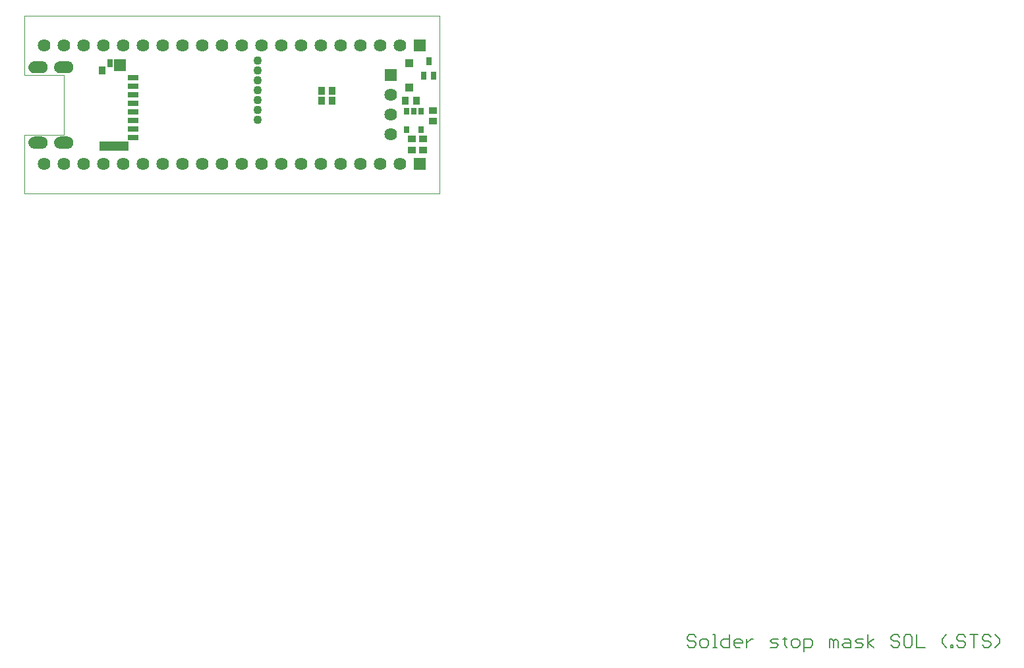
<source format=gbs>
G75*
%MOIN*%
%OFA0B0*%
%FSLAX25Y25*%
%IPPOS*%
%LPD*%
%AMOC8*
5,1,8,0,0,1.08239X$1,22.5*
%
%ADD10C,0.00000*%
%ADD11C,0.00600*%
%ADD12R,0.06400X0.06400*%
%ADD13C,0.06400*%
%ADD14C,0.05912*%
%ADD15C,0.00500*%
%ADD16C,0.04337*%
%ADD17R,0.05321X0.02762*%
%ADD18R,0.15164X0.05124*%
%ADD19R,0.05912X0.06109*%
%ADD20R,0.02762X0.04337*%
%ADD21R,0.03746X0.04140*%
%ADD22R,0.02565X0.03550*%
%ADD23R,0.03900X0.03400*%
%ADD24R,0.03400X0.03900*%
%ADD25R,0.03156X0.03943*%
%ADD26R,0.04140X0.03943*%
D10*
X0185000Y0255000D02*
X0185000Y0284843D01*
X0204882Y0284843D01*
X0204882Y0315157D01*
X0185000Y0315157D01*
X0185000Y0345000D01*
X0395000Y0345000D01*
X0395000Y0255000D01*
X0185000Y0255000D01*
D11*
X0520300Y0030638D02*
X0520300Y0029570D01*
X0521368Y0028503D01*
X0523503Y0028503D01*
X0524570Y0027435D01*
X0524570Y0026368D01*
X0523503Y0025300D01*
X0521368Y0025300D01*
X0520300Y0026368D01*
X0520300Y0030638D02*
X0521368Y0031705D01*
X0523503Y0031705D01*
X0524570Y0030638D01*
X0526745Y0028503D02*
X0526745Y0026368D01*
X0527813Y0025300D01*
X0529948Y0025300D01*
X0531016Y0026368D01*
X0531016Y0028503D01*
X0529948Y0029570D01*
X0527813Y0029570D01*
X0526745Y0028503D01*
X0533191Y0031705D02*
X0534259Y0031705D01*
X0534259Y0025300D01*
X0535326Y0025300D02*
X0533191Y0025300D01*
X0537488Y0026368D02*
X0537488Y0028503D01*
X0538556Y0029570D01*
X0541758Y0029570D01*
X0541758Y0031705D02*
X0541758Y0025300D01*
X0538556Y0025300D01*
X0537488Y0026368D01*
X0543933Y0026368D02*
X0543933Y0028503D01*
X0545001Y0029570D01*
X0547136Y0029570D01*
X0548204Y0028503D01*
X0548204Y0027435D01*
X0543933Y0027435D01*
X0543933Y0026368D02*
X0545001Y0025300D01*
X0547136Y0025300D01*
X0550379Y0025300D02*
X0550379Y0029570D01*
X0550379Y0027435D02*
X0552514Y0029570D01*
X0553582Y0029570D01*
X0562196Y0028503D02*
X0563263Y0029570D01*
X0566466Y0029570D01*
X0568641Y0029570D02*
X0570776Y0029570D01*
X0569709Y0030638D02*
X0569709Y0026368D01*
X0570776Y0025300D01*
X0572938Y0026368D02*
X0574006Y0025300D01*
X0576141Y0025300D01*
X0577209Y0026368D01*
X0577209Y0028503D01*
X0576141Y0029570D01*
X0574006Y0029570D01*
X0572938Y0028503D01*
X0572938Y0026368D01*
X0566466Y0026368D02*
X0565398Y0027435D01*
X0563263Y0027435D01*
X0562196Y0028503D01*
X0562196Y0025300D02*
X0565398Y0025300D01*
X0566466Y0026368D01*
X0579384Y0025300D02*
X0582586Y0025300D01*
X0583654Y0026368D01*
X0583654Y0028503D01*
X0582586Y0029570D01*
X0579384Y0029570D01*
X0579384Y0023165D01*
X0592275Y0025300D02*
X0592275Y0029570D01*
X0593342Y0029570D01*
X0594410Y0028503D01*
X0595477Y0029570D01*
X0596545Y0028503D01*
X0596545Y0025300D01*
X0594410Y0025300D02*
X0594410Y0028503D01*
X0598720Y0026368D02*
X0599788Y0027435D01*
X0602991Y0027435D01*
X0602991Y0028503D02*
X0602991Y0025300D01*
X0599788Y0025300D01*
X0598720Y0026368D01*
X0599788Y0029570D02*
X0601923Y0029570D01*
X0602991Y0028503D01*
X0605166Y0028503D02*
X0606233Y0029570D01*
X0609436Y0029570D01*
X0608368Y0027435D02*
X0606233Y0027435D01*
X0605166Y0028503D01*
X0605166Y0025300D02*
X0608368Y0025300D01*
X0609436Y0026368D01*
X0608368Y0027435D01*
X0611611Y0027435D02*
X0614814Y0025300D01*
X0611611Y0025300D02*
X0611611Y0031705D01*
X0614814Y0029570D02*
X0611611Y0027435D01*
X0623428Y0026368D02*
X0624496Y0025300D01*
X0626631Y0025300D01*
X0627698Y0026368D01*
X0627698Y0027435D01*
X0626631Y0028503D01*
X0624496Y0028503D01*
X0623428Y0029570D01*
X0623428Y0030638D01*
X0624496Y0031705D01*
X0626631Y0031705D01*
X0627698Y0030638D01*
X0629873Y0030638D02*
X0629873Y0026368D01*
X0630941Y0025300D01*
X0633076Y0025300D01*
X0634144Y0026368D01*
X0634144Y0030638D01*
X0633076Y0031705D01*
X0630941Y0031705D01*
X0629873Y0030638D01*
X0636319Y0031705D02*
X0636319Y0025300D01*
X0640589Y0025300D01*
X0649210Y0027435D02*
X0649210Y0029570D01*
X0651345Y0031705D01*
X0649210Y0027435D02*
X0651345Y0025300D01*
X0653507Y0025300D02*
X0654575Y0025300D01*
X0654575Y0026368D01*
X0653507Y0026368D01*
X0653507Y0025300D01*
X0656730Y0026368D02*
X0657797Y0025300D01*
X0659932Y0025300D01*
X0661000Y0026368D01*
X0661000Y0027435D01*
X0659932Y0028503D01*
X0657797Y0028503D01*
X0656730Y0029570D01*
X0656730Y0030638D01*
X0657797Y0031705D01*
X0659932Y0031705D01*
X0661000Y0030638D01*
X0663175Y0031705D02*
X0667445Y0031705D01*
X0665310Y0031705D02*
X0665310Y0025300D01*
X0669621Y0026368D02*
X0670688Y0025300D01*
X0672823Y0025300D01*
X0673891Y0026368D01*
X0673891Y0027435D01*
X0672823Y0028503D01*
X0670688Y0028503D01*
X0669621Y0029570D01*
X0669621Y0030638D01*
X0670688Y0031705D01*
X0672823Y0031705D01*
X0673891Y0030638D01*
X0676066Y0031705D02*
X0678201Y0029570D01*
X0678201Y0027435D01*
X0676066Y0025300D01*
D12*
X0385000Y0270000D03*
X0370300Y0315000D03*
X0385000Y0330000D03*
D13*
X0375000Y0330000D03*
X0365000Y0330000D03*
X0355000Y0330000D03*
X0345000Y0330000D03*
X0335000Y0330000D03*
X0325000Y0330000D03*
X0315000Y0330000D03*
X0305000Y0330000D03*
X0295000Y0330000D03*
X0285000Y0330000D03*
X0275000Y0330000D03*
X0265000Y0330000D03*
X0255000Y0330000D03*
X0245000Y0330000D03*
X0235000Y0330000D03*
X0225000Y0330000D03*
X0215000Y0330000D03*
X0205000Y0330000D03*
X0195000Y0330000D03*
X0195000Y0270000D03*
X0205000Y0270000D03*
X0215000Y0270000D03*
X0225000Y0270000D03*
X0235000Y0270000D03*
X0245000Y0270000D03*
X0255000Y0270000D03*
X0265000Y0270000D03*
X0275000Y0270000D03*
X0285000Y0270000D03*
X0295000Y0270000D03*
X0305000Y0270000D03*
X0315000Y0270000D03*
X0325000Y0270000D03*
X0335000Y0270000D03*
X0345000Y0270000D03*
X0355000Y0270000D03*
X0365000Y0270000D03*
X0375000Y0270000D03*
X0370300Y0285000D03*
X0370300Y0295000D03*
X0370300Y0305000D03*
D14*
X0204882Y0319094D03*
X0191890Y0319094D03*
X0191890Y0280906D03*
X0204882Y0280906D03*
D15*
X0203110Y0283661D02*
X0206654Y0283661D01*
X0207191Y0283608D01*
X0207708Y0283452D01*
X0208185Y0283197D01*
X0208602Y0282854D01*
X0208945Y0282437D01*
X0209200Y0281960D01*
X0209356Y0281443D01*
X0209409Y0280906D01*
X0209356Y0280368D01*
X0209200Y0279851D01*
X0208945Y0279374D01*
X0208602Y0278957D01*
X0208185Y0278614D01*
X0207708Y0278359D01*
X0207191Y0278203D01*
X0206654Y0278150D01*
X0203110Y0278150D01*
X0202573Y0278203D01*
X0202056Y0278359D01*
X0201579Y0278614D01*
X0201162Y0278957D01*
X0200819Y0279374D01*
X0200564Y0279851D01*
X0200407Y0280368D01*
X0200354Y0280906D01*
X0200407Y0281443D01*
X0200564Y0281960D01*
X0200819Y0282437D01*
X0201162Y0282854D01*
X0201579Y0283197D01*
X0202056Y0283452D01*
X0202573Y0283608D01*
X0203110Y0283661D01*
X0201987Y0283415D02*
X0207776Y0283415D01*
X0208526Y0282917D02*
X0201238Y0282917D01*
X0200809Y0282418D02*
X0208955Y0282418D01*
X0209212Y0281920D02*
X0200552Y0281920D01*
X0200405Y0281421D02*
X0209359Y0281421D01*
X0209408Y0280923D02*
X0200356Y0280923D01*
X0200402Y0280424D02*
X0209362Y0280424D01*
X0209222Y0279926D02*
X0200541Y0279926D01*
X0200791Y0279427D02*
X0208973Y0279427D01*
X0208568Y0278929D02*
X0201196Y0278929D01*
X0201923Y0278430D02*
X0207840Y0278430D01*
X0196364Y0280368D02*
X0196208Y0279851D01*
X0195953Y0279374D01*
X0195610Y0278957D01*
X0195193Y0278614D01*
X0194716Y0278359D01*
X0194199Y0278203D01*
X0193661Y0278150D01*
X0190118Y0278150D01*
X0189580Y0278203D01*
X0189063Y0278359D01*
X0188587Y0278614D01*
X0188169Y0278957D01*
X0187827Y0279374D01*
X0187572Y0279851D01*
X0187415Y0280368D01*
X0187362Y0280906D01*
X0187415Y0281443D01*
X0187572Y0281960D01*
X0187827Y0282437D01*
X0188169Y0282854D01*
X0188587Y0283197D01*
X0189063Y0283452D01*
X0189580Y0283608D01*
X0190118Y0283661D01*
X0193661Y0283661D01*
X0194199Y0283608D01*
X0194716Y0283452D01*
X0195193Y0283197D01*
X0195610Y0282854D01*
X0195953Y0282437D01*
X0196208Y0281960D01*
X0196364Y0281443D01*
X0196417Y0280906D01*
X0196364Y0280368D01*
X0196370Y0280424D02*
X0187410Y0280424D01*
X0187364Y0280923D02*
X0196416Y0280923D01*
X0196367Y0281421D02*
X0187413Y0281421D01*
X0187560Y0281920D02*
X0196220Y0281920D01*
X0195963Y0282418D02*
X0187817Y0282418D01*
X0188245Y0282917D02*
X0195534Y0282917D01*
X0194784Y0283415D02*
X0188995Y0283415D01*
X0187549Y0279926D02*
X0196230Y0279926D01*
X0195981Y0279427D02*
X0187799Y0279427D01*
X0188204Y0278929D02*
X0195576Y0278929D01*
X0194848Y0278430D02*
X0188931Y0278430D01*
X0190118Y0316339D02*
X0189580Y0316392D01*
X0189063Y0316548D01*
X0188587Y0316803D01*
X0188169Y0317146D01*
X0187827Y0317563D01*
X0187572Y0318040D01*
X0187415Y0318557D01*
X0187362Y0319094D01*
X0187415Y0319632D01*
X0187572Y0320149D01*
X0187827Y0320626D01*
X0188169Y0321043D01*
X0188587Y0321386D01*
X0189063Y0321641D01*
X0189580Y0321797D01*
X0190118Y0321850D01*
X0193661Y0321850D01*
X0194199Y0321797D01*
X0194716Y0321641D01*
X0195193Y0321386D01*
X0195610Y0321043D01*
X0195953Y0320626D01*
X0196208Y0320149D01*
X0196364Y0319632D01*
X0196417Y0319094D01*
X0196364Y0318557D01*
X0196208Y0318040D01*
X0195953Y0317563D01*
X0195610Y0317146D01*
X0195193Y0316803D01*
X0194716Y0316548D01*
X0194199Y0316392D01*
X0193661Y0316339D01*
X0190118Y0316339D01*
X0188572Y0316815D02*
X0195208Y0316815D01*
X0195748Y0317314D02*
X0188031Y0317314D01*
X0187694Y0317812D02*
X0196086Y0317812D01*
X0196290Y0318311D02*
X0187490Y0318311D01*
X0187390Y0318809D02*
X0196389Y0318809D01*
X0196396Y0319308D02*
X0187383Y0319308D01*
X0187468Y0319806D02*
X0196311Y0319806D01*
X0196124Y0320305D02*
X0187655Y0320305D01*
X0187973Y0320803D02*
X0195807Y0320803D01*
X0195295Y0321302D02*
X0188485Y0321302D01*
X0189612Y0321801D02*
X0194168Y0321801D01*
X0200460Y0319806D02*
X0209304Y0319806D01*
X0209356Y0319632D02*
X0209409Y0319094D01*
X0209356Y0318557D01*
X0209200Y0318040D01*
X0208945Y0317563D01*
X0208602Y0317146D01*
X0208185Y0316803D01*
X0207708Y0316548D01*
X0207191Y0316392D01*
X0206654Y0316339D01*
X0203110Y0316339D01*
X0202573Y0316392D01*
X0202056Y0316548D01*
X0201579Y0316803D01*
X0201162Y0317146D01*
X0200819Y0317563D01*
X0200564Y0318040D01*
X0200407Y0318557D01*
X0200354Y0319094D01*
X0200407Y0319632D01*
X0200564Y0320149D01*
X0200819Y0320626D01*
X0201162Y0321043D01*
X0201579Y0321386D01*
X0202056Y0321641D01*
X0202573Y0321797D01*
X0203110Y0321850D01*
X0206654Y0321850D01*
X0207191Y0321797D01*
X0207708Y0321641D01*
X0208185Y0321386D01*
X0208602Y0321043D01*
X0208945Y0320626D01*
X0209200Y0320149D01*
X0209356Y0319632D01*
X0209388Y0319308D02*
X0200375Y0319308D01*
X0200382Y0318809D02*
X0209381Y0318809D01*
X0209282Y0318311D02*
X0200482Y0318311D01*
X0200686Y0317812D02*
X0209078Y0317812D01*
X0208740Y0317314D02*
X0201024Y0317314D01*
X0201564Y0316815D02*
X0208200Y0316815D01*
X0209116Y0320305D02*
X0200647Y0320305D01*
X0200965Y0320803D02*
X0208799Y0320803D01*
X0208287Y0321302D02*
X0201477Y0321302D01*
X0202604Y0321801D02*
X0207160Y0321801D01*
D16*
X0303000Y0322500D03*
X0303000Y0317500D03*
X0303000Y0312500D03*
X0303000Y0307500D03*
X0303000Y0302500D03*
X0303000Y0297500D03*
X0303000Y0292500D03*
D17*
X0240000Y0292254D03*
X0240000Y0296585D03*
X0240000Y0300915D03*
X0240000Y0305246D03*
X0240000Y0309577D03*
X0240000Y0313907D03*
X0240000Y0287923D03*
X0240000Y0283593D03*
D18*
X0230236Y0279065D03*
D19*
X0233209Y0320305D03*
D20*
X0228287Y0321191D03*
D21*
X0224449Y0317549D03*
D22*
X0378260Y0296824D03*
X0382000Y0296824D03*
X0385740Y0296824D03*
X0385740Y0287376D03*
X0378260Y0287376D03*
D23*
X0381000Y0282750D03*
X0381000Y0277250D03*
X0386500Y0277250D03*
X0386500Y0282750D03*
X0391500Y0291750D03*
X0391500Y0297250D03*
D24*
X0383250Y0302000D03*
X0377750Y0302000D03*
X0340750Y0302000D03*
X0340750Y0307000D03*
X0335250Y0307000D03*
X0335250Y0302000D03*
D25*
X0386941Y0314760D03*
X0392059Y0314760D03*
X0389500Y0322240D03*
D26*
X0379500Y0321201D03*
X0379500Y0308799D03*
M02*

</source>
